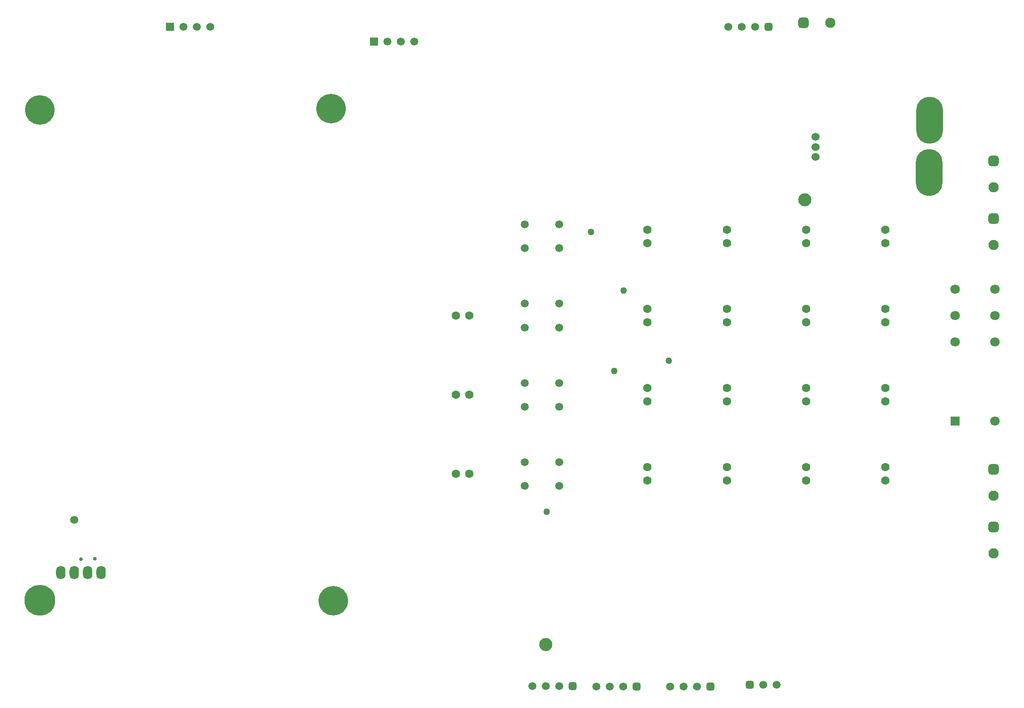
<source format=gbr>
%TF.GenerationSoftware,Altium Limited,Altium Designer,21.6.4 (81)*%
G04 Layer_Color=8388736*
%FSLAX43Y43*%
%MOMM*%
%TF.SameCoordinates,51A45B19-5AA5-45A3-BC04-4EA5AD39BA57*%
%TF.FilePolarity,Negative*%
%TF.FileFunction,Soldermask,Top*%
%TF.Part,Single*%
G01*
G75*
%TA.AperFunction,ComponentPad*%
G04:AMPARAMS|DCode=13|XSize=1.95mm|YSize=1.95mm|CornerRadius=0.488mm|HoleSize=0mm|Usage=FLASHONLY|Rotation=0.000|XOffset=0mm|YOffset=0mm|HoleType=Round|Shape=RoundedRectangle|*
%AMROUNDEDRECTD13*
21,1,1.950,0.975,0,0,0.0*
21,1,0.975,1.950,0,0,0.0*
1,1,0.975,0.488,-0.488*
1,1,0.975,-0.488,-0.488*
1,1,0.975,-0.488,0.488*
1,1,0.975,0.488,0.488*
%
%ADD13ROUNDEDRECTD13*%
%ADD14C,1.950*%
%ADD15C,1.500*%
G04:AMPARAMS|DCode=16|XSize=1.5mm|YSize=1.5mm|CornerRadius=0.375mm|HoleSize=0mm|Usage=FLASHONLY|Rotation=0.000|XOffset=0mm|YOffset=0mm|HoleType=Round|Shape=RoundedRectangle|*
%AMROUNDEDRECTD16*
21,1,1.500,0.750,0,0,0.0*
21,1,0.750,1.500,0,0,0.0*
1,1,0.750,0.375,-0.375*
1,1,0.750,-0.375,-0.375*
1,1,0.750,-0.375,0.375*
1,1,0.750,0.375,0.375*
%
%ADD16ROUNDEDRECTD16*%
G04:AMPARAMS|DCode=17|XSize=1.95mm|YSize=1.95mm|CornerRadius=0.488mm|HoleSize=0mm|Usage=FLASHONLY|Rotation=270.000|XOffset=0mm|YOffset=0mm|HoleType=Round|Shape=RoundedRectangle|*
%AMROUNDEDRECTD17*
21,1,1.950,0.975,0,0,270.0*
21,1,0.975,1.950,0,0,270.0*
1,1,0.975,-0.488,-0.488*
1,1,0.975,-0.488,0.488*
1,1,0.975,0.488,0.488*
1,1,0.975,0.488,-0.488*
%
%ADD17ROUNDEDRECTD17*%
%ADD18C,1.800*%
%ADD19R,1.800X1.800*%
%ADD21O,5.080X8.890*%
%ADD22C,1.524*%
%ADD23C,1.600*%
%ADD24R,1.500X1.500*%
%ADD25C,5.842*%
%ADD26C,5.588*%
%ADD27O,1.778X2.540*%
%TA.AperFunction,ViaPad*%
%ADD28C,1.270*%
%ADD29C,0.700*%
%TA.AperFunction,ComponentPad*%
%ADD43C,2.489*%
D13*
X159552Y130500D02*
D03*
D14*
X164552D02*
D03*
X195500Y29925D02*
D03*
Y99314D02*
D03*
Y40894D02*
D03*
Y88392D02*
D03*
D15*
X108204Y4826D02*
D03*
X110744D02*
D03*
X113284D02*
D03*
X145288Y129700D02*
D03*
X147828D02*
D03*
X150368D02*
D03*
X80772Y126873D02*
D03*
X83312D02*
D03*
X85852D02*
D03*
X42164Y129700D02*
D03*
X44704D02*
D03*
X47244D02*
D03*
X139319Y4700D02*
D03*
X136779D02*
D03*
X134239D02*
D03*
X125349D02*
D03*
X122809D02*
D03*
X120269D02*
D03*
X154432Y5080D02*
D03*
X151892D02*
D03*
X106750Y62250D02*
D03*
Y57750D02*
D03*
X113250Y62250D02*
D03*
Y57750D02*
D03*
X106750Y92250D02*
D03*
Y87750D02*
D03*
X113250Y92250D02*
D03*
Y87750D02*
D03*
Y72750D02*
D03*
Y77250D02*
D03*
X106750Y72750D02*
D03*
Y77250D02*
D03*
X113250Y42750D02*
D03*
Y47250D02*
D03*
X106750Y42750D02*
D03*
Y47250D02*
D03*
D16*
X115824Y4826D02*
D03*
X152908Y129700D02*
D03*
X141859Y4700D02*
D03*
X127889D02*
D03*
X149352Y5080D02*
D03*
D17*
X195500Y34925D02*
D03*
Y104314D02*
D03*
Y45894D02*
D03*
Y93392D02*
D03*
D18*
X195750Y55000D02*
D03*
Y70000D02*
D03*
Y75000D02*
D03*
Y80000D02*
D03*
X188250D02*
D03*
Y75000D02*
D03*
Y70000D02*
D03*
D19*
Y55000D02*
D03*
D21*
X183388Y112014D02*
D03*
X183261Y102108D02*
D03*
D22*
X161798Y108839D02*
D03*
Y106934D02*
D03*
Y105029D02*
D03*
X21463Y36322D02*
D03*
D23*
X93730Y45000D02*
D03*
X96270D02*
D03*
X175000Y46270D02*
D03*
Y43730D02*
D03*
X160000Y46270D02*
D03*
Y43730D02*
D03*
X145000Y46270D02*
D03*
Y43730D02*
D03*
X130000Y46270D02*
D03*
Y43730D02*
D03*
X175000Y61270D02*
D03*
Y58730D02*
D03*
X160000Y61270D02*
D03*
Y58730D02*
D03*
X145000Y61270D02*
D03*
Y58730D02*
D03*
X130000Y61270D02*
D03*
Y58730D02*
D03*
X175000Y76270D02*
D03*
Y73730D02*
D03*
X160000Y76270D02*
D03*
Y73730D02*
D03*
X145000Y76270D02*
D03*
Y73730D02*
D03*
X130000Y76270D02*
D03*
Y73730D02*
D03*
X175000Y91270D02*
D03*
Y88730D02*
D03*
X160000Y91270D02*
D03*
Y88730D02*
D03*
X145000Y91270D02*
D03*
Y88730D02*
D03*
X130000Y91270D02*
D03*
Y88730D02*
D03*
X93730Y60000D02*
D03*
X96270D02*
D03*
X93730Y75000D02*
D03*
X96270D02*
D03*
D24*
X78232Y126873D02*
D03*
X39624Y129700D02*
D03*
D25*
X14986Y21082D02*
D03*
D26*
Y113919D02*
D03*
X70104Y114173D02*
D03*
X70485Y20955D02*
D03*
D27*
X18923Y26289D02*
D03*
X21463D02*
D03*
X24003D02*
D03*
X26543D02*
D03*
D28*
X110871Y37846D02*
D03*
X133985Y66421D02*
D03*
X123698Y64516D02*
D03*
X125476Y79756D02*
D03*
X119253Y90805D02*
D03*
D29*
X25400Y28956D02*
D03*
X22733Y28829D02*
D03*
D43*
X110744Y12700D02*
D03*
X159766Y96901D02*
D03*
%TF.MD5,3b8867ec615a71842b0a611cc71010ab*%
M02*

</source>
